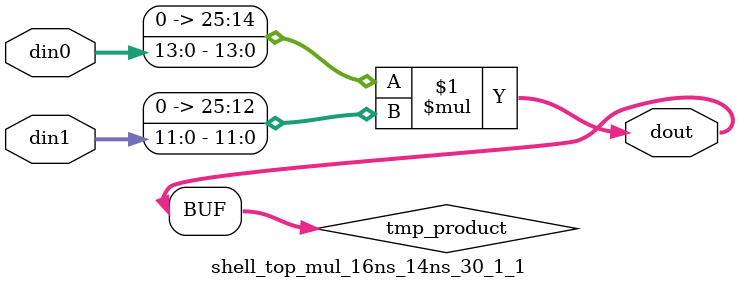
<source format=v>

`timescale 1 ns / 1 ps

  module shell_top_mul_16ns_14ns_30_1_1(din0, din1, dout);
parameter ID = 1;
parameter NUM_STAGE = 0;
parameter din0_WIDTH = 14;
parameter din1_WIDTH = 12;
parameter dout_WIDTH = 26;

input [din0_WIDTH - 1 : 0] din0; 
input [din1_WIDTH - 1 : 0] din1; 
output [dout_WIDTH - 1 : 0] dout;

wire signed [dout_WIDTH - 1 : 0] tmp_product;










assign tmp_product = $signed({1'b0, din0}) * $signed({1'b0, din1});











assign dout = tmp_product;







endmodule

</source>
